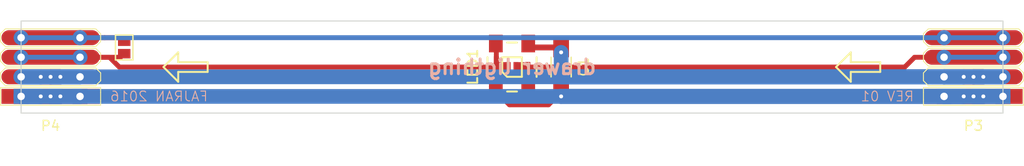
<source format=kicad_pcb>
(kicad_pcb (version 4) (host pcbnew 4.0.3+e1-6302~38~ubuntu15.04.1-stable)

  (general
    (links 35)
    (no_connects 0)
    (area 72.649999 66.180951 177.350001 85.100001)
    (thickness 1.6)
    (drawings 23)
    (tracks 74)
    (zones 0)
    (modules 5)
    (nets 6)
  )

  (page A4)
  (layers
    (0 F.Cu signal)
    (31 B.Cu signal)
    (32 B.Adhes user)
    (33 F.Adhes user)
    (34 B.Paste user)
    (35 F.Paste user)
    (36 B.SilkS user)
    (37 F.SilkS user)
    (38 B.Mask user)
    (39 F.Mask user)
    (40 Dwgs.User user)
    (41 Cmts.User user)
    (42 Eco1.User user)
    (43 Eco2.User user)
    (44 Edge.Cuts user)
    (45 Margin user)
    (46 B.CrtYd user)
    (47 F.CrtYd user)
    (48 B.Fab user)
    (49 F.Fab user)
  )

  (setup
    (last_trace_width 0.5)
    (trace_clearance 0.2)
    (zone_clearance 0.508)
    (zone_45_only no)
    (trace_min 0.2)
    (segment_width 0.2)
    (edge_width 0.1)
    (via_size 0.6)
    (via_drill 0.4)
    (via_min_size 0.4)
    (via_min_drill 0.3)
    (uvia_size 0.3)
    (uvia_drill 0.1)
    (uvias_allowed no)
    (uvia_min_size 0.2)
    (uvia_min_drill 0.1)
    (pcb_text_width 0.3)
    (pcb_text_size 1.5 1.5)
    (mod_edge_width 0.15)
    (mod_text_size 1 1)
    (mod_text_width 0.15)
    (pad_size 1.5 1.5)
    (pad_drill 0.6)
    (pad_to_mask_clearance 0)
    (aux_axis_origin 0 0)
    (visible_elements FFFFFF7F)
    (pcbplotparams
      (layerselection 0x010f0_80000001)
      (usegerberextensions false)
      (excludeedgelayer true)
      (linewidth 0.100000)
      (plotframeref false)
      (viasonmask false)
      (mode 1)
      (useauxorigin false)
      (hpglpennumber 1)
      (hpglpenspeed 20)
      (hpglpendiameter 15)
      (hpglpenoverlay 2)
      (psnegative false)
      (psa4output false)
      (plotreference true)
      (plotvalue true)
      (plotinvisibletext false)
      (padsonsilk false)
      (subtractmaskfromsilk false)
      (outputformat 1)
      (mirror false)
      (drillshape 0)
      (scaleselection 1)
      (outputdirectory gerber))
  )

  (net 0 "")
  (net 1 +5V)
  (net 2 GND)
  (net 3 /Out)
  (net 4 /Next)
  (net 5 /In)

  (net_class Default "This is the default net class."
    (clearance 0.2)
    (trace_width 0.5)
    (via_dia 0.6)
    (via_drill 0.4)
    (uvia_dia 0.3)
    (uvia_drill 0.1)
    (add_net /In)
    (add_net /Next)
    (add_net /Out)
  )

  (net_class +5V ""
    (clearance 0.2)
    (trace_width 1.55)
    (via_dia 0.6)
    (via_drill 0.4)
    (uvia_dia 0.3)
    (uvia_drill 0.1)
    (add_net +5V)
  )

  (net_class GND ""
    (clearance 0.2)
    (trace_width 1.55)
    (via_dia 0.6)
    (via_drill 0.4)
    (uvia_dia 0.3)
    (uvia_drill 0.1)
    (add_net GND)
  )

  (module Capacitors_SMD:C_1206_HandSoldering (layer F.Cu) (tedit 541A9C03) (tstamp 57AD1EFE)
    (at 130 75 270)
    (descr "Capacitor SMD 1206, hand soldering")
    (tags "capacitor 1206")
    (path /57AB904F)
    (attr smd)
    (fp_text reference C1 (at 0 -2.3 270) (layer F.SilkS)
      (effects (font (size 1 1) (thickness 0.15)))
    )
    (fp_text value 100nF (at 0 2.3 270) (layer F.Fab)
      (effects (font (size 1 1) (thickness 0.15)))
    )
    (fp_line (start -3.3 -1.15) (end 3.3 -1.15) (layer F.CrtYd) (width 0.05))
    (fp_line (start -3.3 1.15) (end 3.3 1.15) (layer F.CrtYd) (width 0.05))
    (fp_line (start -3.3 -1.15) (end -3.3 1.15) (layer F.CrtYd) (width 0.05))
    (fp_line (start 3.3 -1.15) (end 3.3 1.15) (layer F.CrtYd) (width 0.05))
    (fp_line (start 1 -1.025) (end -1 -1.025) (layer F.SilkS) (width 0.15))
    (fp_line (start -1 1.025) (end 1 1.025) (layer F.SilkS) (width 0.15))
    (pad 1 smd rect (at -2 0 270) (size 2 1.6) (layers F.Cu F.Paste F.Mask)
      (net 1 +5V))
    (pad 2 smd rect (at 2 0 270) (size 2 1.6) (layers F.Cu F.Paste F.Mask)
      (net 2 GND))
    (model Capacitors_SMD.3dshapes/C_1206_HandSoldering.wrl
      (at (xyz 0 0 0))
      (scale (xyz 1 1 1))
      (rotate (xyz 0 0 0))
    )
  )

  (module Connect:GS2 (layer F.Cu) (tedit 57AD2110) (tstamp 57AD1F04)
    (at 85.5 73 180)
    (descr "Pontet Goute de soudure")
    (path /57AB99F1)
    (attr virtual)
    (fp_text reference JP1 (at 1.778 0 270) (layer F.SilkS) hide
      (effects (font (size 1 1) (thickness 0.15)))
    )
    (fp_text value Jumper_NO_Small (at 1.524 0 270) (layer F.Fab) hide
      (effects (font (size 1 1) (thickness 0.15)))
    )
    (fp_line (start -0.889 -1.27) (end -0.889 1.27) (layer F.SilkS) (width 0.15))
    (fp_line (start 0.889 1.27) (end 0.889 -1.27) (layer F.SilkS) (width 0.15))
    (fp_line (start 0.889 1.27) (end -0.889 1.27) (layer F.SilkS) (width 0.15))
    (fp_line (start -0.889 -1.27) (end 0.889 -1.27) (layer F.SilkS) (width 0.15))
    (pad 1 smd rect (at 0 -0.635 180) (size 1.27 0.9652) (layers F.Cu F.Paste F.Mask)
      (net 3 /Out))
    (pad 2 smd rect (at 0 0.635 180) (size 1.27 0.9652) (layers F.Cu F.Paste F.Mask)
      (net 4 /Next))
  )

  (module WS2812B:WS2812B_data-bridgeable (layer F.Cu) (tedit 57AD2274) (tstamp 57AD1F14)
    (at 125 75)
    (path /57AB88DD)
    (fp_text reference LED1 (at -4 0 90) (layer F.SilkS)
      (effects (font (size 1 1) (thickness 0.2)))
    )
    (fp_text value WS2812B (at 0 4.8) (layer F.SilkS) hide
      (effects (font (size 1 1) (thickness 0.2)))
    )
    (fp_line (start -1 -1) (end 1 -1) (layer F.SilkS) (width 0.2))
    (fp_line (start 1 -1) (end 1 1) (layer F.SilkS) (width 0.2))
    (fp_line (start 1 1) (end -0.5 1) (layer F.SilkS) (width 0.2))
    (fp_line (start -0.5 1) (end -1 0.5) (layer F.SilkS) (width 0.2))
    (fp_line (start -1 0.5) (end -1 -1) (layer F.SilkS) (width 0.2))
    (fp_line (start -2.5 -1) (end -2.5 1) (layer F.SilkS) (width 0.2))
    (fp_line (start -0.5 2.5) (end 0.5 2.5) (layer F.SilkS) (width 0.2))
    (fp_line (start 2.5 -1) (end 2.5 1) (layer F.SilkS) (width 0.2))
    (fp_line (start -0.5 -2.5) (end 0.5 -2.5) (layer F.SilkS) (width 0.2))
    (fp_line (start 2.1 2.5) (end 2.5 2.5) (layer Dwgs.User) (width 0.2))
    (fp_line (start -1.2 2.5) (end 1.2 2.5) (layer Dwgs.User) (width 0.2))
    (fp_line (start -2.5 2.5) (end -2.1 2.5) (layer Dwgs.User) (width 0.2))
    (fp_line (start 2.1 -2.5) (end 2.5 -2.5) (layer Dwgs.User) (width 0.2))
    (fp_line (start -1.2 -2.5) (end 1.2 -2.5) (layer Dwgs.User) (width 0.2))
    (fp_line (start -2.5 -2.5) (end -2.1 -2.5) (layer Dwgs.User) (width 0.2))
    (fp_line (start -2.1 -2.7) (end -1.2 -2.7) (layer Dwgs.User) (width 0.2))
    (fp_line (start -1.2 -2.7) (end -1.2 -1.8) (layer Dwgs.User) (width 0.2))
    (fp_line (start -1.2 -1.8) (end -2.1 -1.8) (layer Dwgs.User) (width 0.2))
    (fp_line (start -2.1 -1.8) (end -2.1 -2.7) (layer Dwgs.User) (width 0.2))
    (fp_line (start 2.1 -2.7) (end 1.2 -2.7) (layer Dwgs.User) (width 0.2))
    (fp_line (start 1.2 -2.7) (end 1.2 -1.8) (layer Dwgs.User) (width 0.2))
    (fp_line (start 1.2 -1.8) (end 2.1 -1.8) (layer Dwgs.User) (width 0.2))
    (fp_line (start 2.1 -1.8) (end 2.1 -2.7) (layer Dwgs.User) (width 0.2))
    (fp_line (start -2.1 2.7) (end -2.1 1.8) (layer Dwgs.User) (width 0.2))
    (fp_line (start -2.1 1.8) (end -1.2 1.8) (layer Dwgs.User) (width 0.2))
    (fp_line (start -1.2 1.8) (end -1.2 2.7) (layer Dwgs.User) (width 0.2))
    (fp_line (start -1.2 2.7) (end -2.1 2.7) (layer Dwgs.User) (width 0.2))
    (fp_line (start 1.2 2.7) (end 1.2 1.8) (layer Dwgs.User) (width 0.2))
    (fp_line (start 1.2 1.8) (end 2.1 1.8) (layer Dwgs.User) (width 0.2))
    (fp_line (start 2.1 1.8) (end 2.1 2.7) (layer Dwgs.User) (width 0.2))
    (fp_line (start 2.1 2.7) (end 1.2 2.7) (layer Dwgs.User) (width 0.2))
    (fp_line (start 2.5 -2.5) (end 2.5 2.5) (layer Dwgs.User) (width 0.2))
    (fp_line (start -2.49936 2.49936) (end -2.49936 -2.49936) (layer Dwgs.User) (width 0.2))
    (pad 1 smd rect (at 1.65 -2.4) (size 1.4 1.8) (layers F.Cu F.Paste F.Mask)
      (net 1 +5V))
    (pad 2 smd rect (at -1.65 -2.4) (size 1.4 1.8) (layers F.Cu F.Paste F.Mask)
      (net 3 /Out))
    (pad 3 smd rect (at -1.65 2.4) (size 1.4 1.8) (layers F.Cu F.Paste F.Mask)
      (net 2 GND))
    (pad 4 smd rect (at 1.65 2.4) (size 1.4 1.8) (layers F.Cu F.Paste F.Mask)
      (net 5 /In))
    (pad 4 smd rect (at 1.6 1) (size 0.5 3) (layers F.Cu)
      (net 5 /In))
    (pad 2 smd rect (at -1 0) (size 1.7 1) (layers F.Cu)
      (net 3 /Out))
    (pad 4 smd rect (at 1 0) (size 1.7 1) (layers F.Cu)
      (net 5 /In))
    (pad 2 smd rect (at -1.6 -1) (size 0.5 3) (layers F.Cu)
      (net 3 /Out))
    (pad 4 smd rect (at 0.4 0) (size 0.5 1) (layers F.Cu F.Mask)
      (net 5 /In))
    (pad 2 smd rect (at -0.4 0) (size 0.5 1) (layers F.Cu F.Mask)
      (net 3 /Out))
    (pad 2 smd rect (at -1.6 -0.3) (size 0.5 1.6) (layers F.Cu)
      (net 3 /Out))
    (pad 4 smd rect (at 1.6 0.3) (size 0.5 1.6) (layers F.Cu)
      (net 5 /In))
  )

  (module Pad:FourPad_2.0mm_FrontPTH_Side (layer F.Cu) (tedit 57D5CA80) (tstamp 57D5D55F)
    (at 172 75)
    (path /57AD2239)
    (fp_text reference P3 (at 0 6) (layer F.SilkS)
      (effects (font (size 1 1) (thickness 0.15)))
    )
    (fp_text value InPad (at 0 -6) (layer F.Fab)
      (effects (font (size 1 1) (thickness 0.15)))
    )
    (fp_line (start -4.6 2.1) (end -5.1 2.1) (layer F.SilkS) (width 0.1))
    (fp_line (start -5.1 2.1) (end -5.1 2.6) (layer F.SilkS) (width 0.1))
    (fp_line (start -5.1 3.4) (end -5.1 3.9) (layer F.SilkS) (width 0.1))
    (fp_line (start -5.1 3.9) (end -4.6 3.9) (layer F.SilkS) (width 0.1))
    (fp_line (start 5.1 3.4) (end 5.1 3.9) (layer F.SilkS) (width 0.1))
    (fp_line (start 5.1 3.9) (end 4.6 3.9) (layer F.SilkS) (width 0.1))
    (fp_line (start 4.6 2.1) (end 5.1 2.1) (layer F.SilkS) (width 0.1))
    (fp_line (start 5.1 2.1) (end 5.1 2.6) (layer F.SilkS) (width 0.1))
    (fp_line (start 4.6 2.1) (end -4.6 2.1) (layer F.SilkS) (width 0.1))
    (fp_line (start -5.1 2.6) (end -5.1 3.3) (layer F.SilkS) (width 0.1))
    (fp_line (start -5.1 3.3) (end -5.1 3.4) (layer F.SilkS) (width 0.1))
    (fp_line (start -4.6 3.9) (end 4.5 3.9) (layer F.SilkS) (width 0.1))
    (fp_line (start 4.5 3.9) (end 4.6 3.9) (layer F.SilkS) (width 0.1))
    (fp_line (start 5.1 3.4) (end 5.1 2.6) (layer F.SilkS) (width 0.1))
    (fp_line (start 5.1 1.3) (end 5.1 1.4) (layer F.SilkS) (width 0.1))
    (fp_line (start 5.1 1.4) (end 4.6 1.9) (layer F.SilkS) (width 0.1))
    (fp_line (start 4.6 1.9) (end -4.6 1.9) (layer F.SilkS) (width 0.1))
    (fp_line (start -4.6 1.9) (end -5.1 1.4) (layer F.SilkS) (width 0.1))
    (fp_line (start -5.1 1.4) (end -5.1 0.6) (layer F.SilkS) (width 0.1))
    (fp_line (start -5.1 0.6) (end -4.6 0.1) (layer F.SilkS) (width 0.1))
    (fp_line (start -4.6 0.1) (end 4.6 0.1) (layer F.SilkS) (width 0.1))
    (fp_line (start 4.6 0.1) (end 5.1 0.6) (layer F.SilkS) (width 0.1))
    (fp_line (start 5.1 0.6) (end 5.1 1.3) (layer F.SilkS) (width 0.1))
    (fp_line (start 4.6 -1.9) (end -4.6 -1.9) (layer F.SilkS) (width 0.1))
    (fp_line (start -4.6 -1.9) (end -5.1 -1.4) (layer F.SilkS) (width 0.1))
    (fp_line (start -5.1 -1.4) (end -5.1 -0.7) (layer F.SilkS) (width 0.1))
    (fp_line (start -5.1 -0.7) (end -5.1 -0.6) (layer F.SilkS) (width 0.1))
    (fp_line (start -5.1 -0.6) (end -4.6 -0.1) (layer F.SilkS) (width 0.1))
    (fp_line (start -4.6 -0.1) (end 4.6 -0.1) (layer F.SilkS) (width 0.1))
    (fp_line (start 4.6 -0.1) (end 5.1 -0.6) (layer F.SilkS) (width 0.1))
    (fp_line (start 5.1 -0.6) (end 5.1 -1.4) (layer F.SilkS) (width 0.1))
    (fp_line (start 5.1 -1.4) (end 4.6 -1.9) (layer F.SilkS) (width 0.1))
    (fp_line (start -4.3 -3.9) (end -4.6 -3.9) (layer F.SilkS) (width 0.1))
    (fp_line (start -4.6 -3.9) (end -5.1 -3.4) (layer F.SilkS) (width 0.1))
    (fp_line (start -5.1 -3.4) (end -5.1 -2.7) (layer F.SilkS) (width 0.1))
    (fp_line (start -5.1 -2.7) (end -5.1 -2.6) (layer F.SilkS) (width 0.1))
    (fp_line (start -5.1 -2.6) (end -4.6 -2.1) (layer F.SilkS) (width 0.1))
    (fp_line (start -4.6 -2.1) (end -4.3 -2.1) (layer F.SilkS) (width 0.1))
    (fp_line (start -4.3 -2.1) (end 4.3 -2.1) (layer F.SilkS) (width 0.1))
    (fp_line (start 4.3 -2.1) (end 4.6 -2.1) (layer F.SilkS) (width 0.1))
    (fp_line (start 4.6 -2.1) (end 5.1 -2.6) (layer F.SilkS) (width 0.1))
    (fp_line (start 5.1 -2.6) (end 5.1 -3.4) (layer F.SilkS) (width 0.1))
    (fp_line (start 5.1 -3.4) (end 4.6 -3.9) (layer F.SilkS) (width 0.1))
    (fp_line (start 4.6 -3.9) (end 4.3 -3.9) (layer F.SilkS) (width 0.1))
    (fp_line (start -4.3 -3.9) (end 4.3 -3.9) (layer F.SilkS) (width 0.1))
    (pad 1 smd rect (at 0 3) (size 10 1.524) (layers F.Cu F.Paste F.Mask)
      (net 2 GND))
    (pad 2 smd oval (at 0 1) (size 10 1.524) (layers F.Cu F.Paste F.Mask)
      (net 1 +5V))
    (pad 1 thru_hole rect (at 3 3) (size 1.524 1.524) (drill 0.762) (layers *.Cu F.Mask)
      (net 2 GND))
    (pad 1 thru_hole rect (at -3 3) (size 1.524 1.524) (drill 0.762) (layers *.Cu F.Mask)
      (net 2 GND))
    (pad 2 thru_hole circle (at 3 1) (size 1.524 1.524) (drill 0.762) (layers *.Cu F.Mask)
      (net 1 +5V))
    (pad 2 thru_hole circle (at -3 1) (size 1.524 1.524) (drill 0.762) (layers *.Cu F.Mask)
      (net 1 +5V))
    (pad 3 smd oval (at 0 -1) (size 10 1.524) (layers F.Cu F.Paste F.Mask)
      (net 5 /In))
    (pad 3 thru_hole circle (at 3 -1) (size 1.524 1.524) (drill 0.762) (layers *.Cu F.Mask)
      (net 5 /In))
    (pad 3 thru_hole circle (at -3 -1) (size 1.524 1.524) (drill 0.762) (layers *.Cu F.Mask)
      (net 5 /In))
    (pad 4 smd oval (at 0 -3) (size 10 1.524) (layers F.Cu F.Paste F.Mask)
      (net 4 /Next))
    (pad 4 thru_hole circle (at 3 -3) (size 1.524 1.524) (drill 0.762) (layers *.Cu F.Mask)
      (net 4 /Next))
    (pad 4 thru_hole circle (at -3 -3) (size 1.524 1.524) (drill 0.762) (layers *.Cu F.Mask)
      (net 4 /Next))
  )

  (module Pad:FourPad_2.0mm_FrontPTH_Side (layer F.Cu) (tedit 57D5CA80) (tstamp 57D5D59C)
    (at 78 75)
    (path /57AD2253)
    (fp_text reference P4 (at 0 6) (layer F.SilkS)
      (effects (font (size 1 1) (thickness 0.15)))
    )
    (fp_text value OutPad (at 0 -6) (layer F.Fab)
      (effects (font (size 1 1) (thickness 0.15)))
    )
    (fp_line (start -4.6 2.1) (end -5.1 2.1) (layer F.SilkS) (width 0.1))
    (fp_line (start -5.1 2.1) (end -5.1 2.6) (layer F.SilkS) (width 0.1))
    (fp_line (start -5.1 3.4) (end -5.1 3.9) (layer F.SilkS) (width 0.1))
    (fp_line (start -5.1 3.9) (end -4.6 3.9) (layer F.SilkS) (width 0.1))
    (fp_line (start 5.1 3.4) (end 5.1 3.9) (layer F.SilkS) (width 0.1))
    (fp_line (start 5.1 3.9) (end 4.6 3.9) (layer F.SilkS) (width 0.1))
    (fp_line (start 4.6 2.1) (end 5.1 2.1) (layer F.SilkS) (width 0.1))
    (fp_line (start 5.1 2.1) (end 5.1 2.6) (layer F.SilkS) (width 0.1))
    (fp_line (start 4.6 2.1) (end -4.6 2.1) (layer F.SilkS) (width 0.1))
    (fp_line (start -5.1 2.6) (end -5.1 3.3) (layer F.SilkS) (width 0.1))
    (fp_line (start -5.1 3.3) (end -5.1 3.4) (layer F.SilkS) (width 0.1))
    (fp_line (start -4.6 3.9) (end 4.5 3.9) (layer F.SilkS) (width 0.1))
    (fp_line (start 4.5 3.9) (end 4.6 3.9) (layer F.SilkS) (width 0.1))
    (fp_line (start 5.1 3.4) (end 5.1 2.6) (layer F.SilkS) (width 0.1))
    (fp_line (start 5.1 1.3) (end 5.1 1.4) (layer F.SilkS) (width 0.1))
    (fp_line (start 5.1 1.4) (end 4.6 1.9) (layer F.SilkS) (width 0.1))
    (fp_line (start 4.6 1.9) (end -4.6 1.9) (layer F.SilkS) (width 0.1))
    (fp_line (start -4.6 1.9) (end -5.1 1.4) (layer F.SilkS) (width 0.1))
    (fp_line (start -5.1 1.4) (end -5.1 0.6) (layer F.SilkS) (width 0.1))
    (fp_line (start -5.1 0.6) (end -4.6 0.1) (layer F.SilkS) (width 0.1))
    (fp_line (start -4.6 0.1) (end 4.6 0.1) (layer F.SilkS) (width 0.1))
    (fp_line (start 4.6 0.1) (end 5.1 0.6) (layer F.SilkS) (width 0.1))
    (fp_line (start 5.1 0.6) (end 5.1 1.3) (layer F.SilkS) (width 0.1))
    (fp_line (start 4.6 -1.9) (end -4.6 -1.9) (layer F.SilkS) (width 0.1))
    (fp_line (start -4.6 -1.9) (end -5.1 -1.4) (layer F.SilkS) (width 0.1))
    (fp_line (start -5.1 -1.4) (end -5.1 -0.7) (layer F.SilkS) (width 0.1))
    (fp_line (start -5.1 -0.7) (end -5.1 -0.6) (layer F.SilkS) (width 0.1))
    (fp_line (start -5.1 -0.6) (end -4.6 -0.1) (layer F.SilkS) (width 0.1))
    (fp_line (start -4.6 -0.1) (end 4.6 -0.1) (layer F.SilkS) (width 0.1))
    (fp_line (start 4.6 -0.1) (end 5.1 -0.6) (layer F.SilkS) (width 0.1))
    (fp_line (start 5.1 -0.6) (end 5.1 -1.4) (layer F.SilkS) (width 0.1))
    (fp_line (start 5.1 -1.4) (end 4.6 -1.9) (layer F.SilkS) (width 0.1))
    (fp_line (start -4.3 -3.9) (end -4.6 -3.9) (layer F.SilkS) (width 0.1))
    (fp_line (start -4.6 -3.9) (end -5.1 -3.4) (layer F.SilkS) (width 0.1))
    (fp_line (start -5.1 -3.4) (end -5.1 -2.7) (layer F.SilkS) (width 0.1))
    (fp_line (start -5.1 -2.7) (end -5.1 -2.6) (layer F.SilkS) (width 0.1))
    (fp_line (start -5.1 -2.6) (end -4.6 -2.1) (layer F.SilkS) (width 0.1))
    (fp_line (start -4.6 -2.1) (end -4.3 -2.1) (layer F.SilkS) (width 0.1))
    (fp_line (start -4.3 -2.1) (end 4.3 -2.1) (layer F.SilkS) (width 0.1))
    (fp_line (start 4.3 -2.1) (end 4.6 -2.1) (layer F.SilkS) (width 0.1))
    (fp_line (start 4.6 -2.1) (end 5.1 -2.6) (layer F.SilkS) (width 0.1))
    (fp_line (start 5.1 -2.6) (end 5.1 -3.4) (layer F.SilkS) (width 0.1))
    (fp_line (start 5.1 -3.4) (end 4.6 -3.9) (layer F.SilkS) (width 0.1))
    (fp_line (start 4.6 -3.9) (end 4.3 -3.9) (layer F.SilkS) (width 0.1))
    (fp_line (start -4.3 -3.9) (end 4.3 -3.9) (layer F.SilkS) (width 0.1))
    (pad 1 smd rect (at 0 3) (size 10 1.524) (layers F.Cu F.Paste F.Mask)
      (net 2 GND))
    (pad 2 smd oval (at 0 1) (size 10 1.524) (layers F.Cu F.Paste F.Mask)
      (net 1 +5V))
    (pad 1 thru_hole rect (at 3 3) (size 1.524 1.524) (drill 0.762) (layers *.Cu F.Mask)
      (net 2 GND))
    (pad 1 thru_hole rect (at -3 3) (size 1.524 1.524) (drill 0.762) (layers *.Cu F.Mask)
      (net 2 GND))
    (pad 2 thru_hole circle (at 3 1) (size 1.524 1.524) (drill 0.762) (layers *.Cu F.Mask)
      (net 1 +5V))
    (pad 2 thru_hole circle (at -3 1) (size 1.524 1.524) (drill 0.762) (layers *.Cu F.Mask)
      (net 1 +5V))
    (pad 3 smd oval (at 0 -1) (size 10 1.524) (layers F.Cu F.Paste F.Mask)
      (net 3 /Out))
    (pad 3 thru_hole circle (at 3 -1) (size 1.524 1.524) (drill 0.762) (layers *.Cu F.Mask)
      (net 3 /Out))
    (pad 3 thru_hole circle (at -3 -1) (size 1.524 1.524) (drill 0.762) (layers *.Cu F.Mask)
      (net 3 /Out))
    (pad 4 smd oval (at 0 -3) (size 10 1.524) (layers F.Cu F.Paste F.Mask)
      (net 4 /Next))
    (pad 4 thru_hole circle (at 3 -3) (size 1.524 1.524) (drill 0.762) (layers *.Cu F.Mask)
      (net 4 /Next))
    (pad 4 thru_hole circle (at -3 -3) (size 1.524 1.524) (drill 0.762) (layers *.Cu F.Mask)
      (net 4 /Next))
  )

  (gr_text "drawer ligthing" (at 125 75) (layer B.SilkS)
    (effects (font (size 1.5 1.5) (thickness 0.3)) (justify mirror))
  )
  (gr_line (start 75 70.3) (end 75 79.7) (angle 90) (layer Edge.Cuts) (width 0.1))
  (gr_line (start 175 70.3) (end 175 79.7) (angle 90) (layer Edge.Cuts) (width 0.1))
  (gr_text "FAJRAN 2016" (at 84 78) (layer B.SilkS)
    (effects (font (size 1 1) (thickness 0.1)) (justify right mirror))
  )
  (gr_text "REV 01" (at 166 78) (layer B.SilkS)
    (effects (font (size 1 1) (thickness 0.1)) (justify left mirror))
  )
  (gr_line (start 91 76.5) (end 89.5 75) (angle 90) (layer F.SilkS) (width 0.2))
  (gr_line (start 91 75.5) (end 91 76.5) (angle 90) (layer F.SilkS) (width 0.2))
  (gr_line (start 94 75.5) (end 91 75.5) (angle 90) (layer F.SilkS) (width 0.2))
  (gr_line (start 94 74.5) (end 94 75.5) (angle 90) (layer F.SilkS) (width 0.2))
  (gr_line (start 91 74.5) (end 94 74.5) (angle 90) (layer F.SilkS) (width 0.2))
  (gr_line (start 91 73.5) (end 91 74.5) (angle 90) (layer F.SilkS) (width 0.2))
  (gr_line (start 89.5 75) (end 91 73.5) (angle 90) (layer F.SilkS) (width 0.2))
  (gr_line (start 159.5 74.5) (end 162.5 74.5) (angle 90) (layer F.SilkS) (width 0.2))
  (gr_line (start 159.5 73.5) (end 159.5 74.5) (angle 90) (layer F.SilkS) (width 0.2))
  (gr_line (start 158 75) (end 159.5 73.5) (angle 90) (layer F.SilkS) (width 0.2))
  (gr_line (start 159.5 76.5) (end 158 75) (angle 90) (layer F.SilkS) (width 0.2))
  (gr_line (start 159.5 75.5) (end 159.5 76.5) (angle 90) (layer F.SilkS) (width 0.2))
  (gr_line (start 162.5 75.5) (end 159.5 75.5) (angle 90) (layer F.SilkS) (width 0.2))
  (gr_line (start 162.5 74.5) (end 162.5 75.5) (angle 90) (layer F.SilkS) (width 0.2))
  (gr_line (start 75 85) (end 120 85) (angle 90) (layer Eco1.User) (width 0.2))
  (gr_line (start 175 85) (end 130 85) (angle 90) (layer Eco1.User) (width 0.2))
  (gr_line (start 175 70.3) (end 75 70.3) (angle 90) (layer Edge.Cuts) (width 0.1))
  (gr_line (start 75 79.7) (end 175 79.7) (angle 90) (layer Edge.Cuts) (width 0.1))

  (segment (start 75 76) (end 77 76) (width 1.55) (layer B.Cu) (net 1))
  (segment (start 77 76) (end 78 76) (width 1.55) (layer F.Cu) (net 1) (tstamp 57E762D6))
  (via (at 77 76) (size 0.6) (drill 0.4) (layers F.Cu B.Cu) (net 1))
  (via (at 78 76) (size 0.6) (drill 0.4) (layers F.Cu B.Cu) (net 1))
  (segment (start 79 76) (end 78 76) (width 1.55) (layer F.Cu) (net 1) (tstamp 57E762DC))
  (via (at 79 76) (size 0.6) (drill 0.4) (layers F.Cu B.Cu) (net 1))
  (segment (start 78 76) (end 79 76) (width 1.55) (layer B.Cu) (net 1) (tstamp 57E762D9))
  (segment (start 169 76) (end 171 76) (width 1.55) (layer B.Cu) (net 1))
  (segment (start 171 76) (end 172 76) (width 1.55) (layer F.Cu) (net 1) (tstamp 57E762BF))
  (via (at 171 76) (size 0.6) (drill 0.4) (layers F.Cu B.Cu) (net 1))
  (via (at 172 76) (size 0.6) (drill 0.4) (layers F.Cu B.Cu) (net 1))
  (segment (start 173 76) (end 172 76) (width 1.55) (layer F.Cu) (net 1) (tstamp 57E762C5))
  (via (at 173 76) (size 0.6) (drill 0.4) (layers F.Cu B.Cu) (net 1))
  (segment (start 172 76) (end 173 76) (width 1.55) (layer B.Cu) (net 1) (tstamp 57E762C2))
  (segment (start 81 76) (end 75 76) (width 1.55) (layer B.Cu) (net 1))
  (segment (start 169 76) (end 175 76) (width 1.55) (layer B.Cu) (net 1))
  (segment (start 130 76) (end 130 73.5) (width 1.5) (layer B.Cu) (net 1))
  (segment (start 130 73.5) (end 130 73) (width 1.5) (layer F.Cu) (net 1) (tstamp 57E2F3E5))
  (via (at 130 73.5) (size 0.6) (drill 0.4) (layers F.Cu B.Cu) (net 1))
  (segment (start 130 73) (end 127.05 73) (width 0.6) (layer F.Cu) (net 1))
  (segment (start 169 76) (end 130 76) (width 1.55) (layer B.Cu) (net 1))
  (segment (start 130 76) (end 81 76) (width 1.5) (layer B.Cu) (net 1) (tstamp 57E2F3E1))
  (segment (start 81 76) (end 81.5 76) (width 0.6) (layer F.Cu) (net 1))
  (segment (start 81.5 76) (end 82.5 76) (width 0.6) (layer F.Cu) (net 1))
  (segment (start 126.65 72.15) (end 126.65 72.6) (width 0.6) (layer F.Cu) (net 1))
  (segment (start 127.05 73) (end 126.65 72.6) (width 0.6) (layer F.Cu) (net 1) (tstamp 57AD22A9))
  (segment (start 75 78) (end 77 78) (width 1.55) (layer B.Cu) (net 2))
  (segment (start 77 78) (end 78 78) (width 1.55) (layer F.Cu) (net 2) (tstamp 57E762E4))
  (via (at 77 78) (size 0.6) (drill 0.4) (layers F.Cu B.Cu) (net 2))
  (via (at 78 78) (size 0.6) (drill 0.4) (layers F.Cu B.Cu) (net 2))
  (segment (start 79 78) (end 78 78) (width 1.55) (layer F.Cu) (net 2) (tstamp 57E762EA))
  (via (at 79 78) (size 0.6) (drill 0.4) (layers F.Cu B.Cu) (net 2))
  (segment (start 78 78) (end 79 78) (width 1.55) (layer B.Cu) (net 2) (tstamp 57E762E7))
  (segment (start 169 78) (end 171 78) (width 1.55) (layer B.Cu) (net 2))
  (segment (start 171 78) (end 172 78) (width 1.55) (layer F.Cu) (net 2) (tstamp 57E762B1))
  (via (at 171 78) (size 0.6) (drill 0.4) (layers F.Cu B.Cu) (net 2))
  (via (at 172 78) (size 0.6) (drill 0.4) (layers F.Cu B.Cu) (net 2))
  (segment (start 173 78) (end 172 78) (width 1.55) (layer F.Cu) (net 2) (tstamp 57E762B7))
  (via (at 173 78) (size 0.6) (drill 0.4) (layers F.Cu B.Cu) (net 2))
  (segment (start 172 78) (end 173 78) (width 1.55) (layer B.Cu) (net 2) (tstamp 57E762B4))
  (segment (start 81 78) (end 75 78) (width 1.55) (layer B.Cu) (net 2))
  (segment (start 169 78) (end 175 78) (width 1.55) (layer B.Cu) (net 2))
  (segment (start 130 77) (end 130 78) (width 1.5) (layer F.Cu) (net 2))
  (via (at 130 78) (size 0.6) (drill 0.4) (layers F.Cu B.Cu) (net 2))
  (segment (start 169 78) (end 130 78) (width 1.55) (layer B.Cu) (net 2))
  (segment (start 130 78) (end 81 78) (width 1.5) (layer B.Cu) (net 2) (tstamp 57E2F3B7))
  (segment (start 81 78) (end 81.5 78) (width 0.6) (layer F.Cu) (net 2))
  (segment (start 81.5 78) (end 82.5 78) (width 0.6) (layer F.Cu) (net 2))
  (segment (start 130 77) (end 130 77.5) (width 0.6) (layer F.Cu) (net 2))
  (segment (start 124.75985 78.80985) (end 123.35 77.4) (width 0.6) (layer F.Cu) (net 2))
  (segment (start 130 77.5) (end 128.69015 78.80985) (width 0.6) (layer F.Cu) (net 2))
  (segment (start 128.69015 78.80985) (end 124.75985 78.80985) (width 0.6) (layer F.Cu) (net 2))
  (segment (start 122.95 77) (end 123.35 77.4) (width 0.6) (layer F.Cu) (net 2) (tstamp 57AD2C16))
  (segment (start 122.95 77) (end 123.35 77.4) (width 0.6) (layer F.Cu) (net 2) (tstamp 57AD2683))
  (segment (start 81 74) (end 75 74) (width 0.5) (layer B.Cu) (net 3) (status C00000))
  (segment (start 78 74) (end 84 74) (width 0.5) (layer F.Cu) (net 3))
  (segment (start 84 74) (end 85 75) (width 0.5) (layer F.Cu) (net 3) (tstamp 57E2F3C8))
  (segment (start 85 75) (end 124 75) (width 0.5) (layer F.Cu) (net 3) (tstamp 57E2F3CA))
  (segment (start 83.5 74) (end 81 74) (width 0.5) (layer F.Cu) (net 3))
  (segment (start 83.5 74) (end 85.135 74) (width 0.5) (layer F.Cu) (net 3))
  (segment (start 85.135 74) (end 85.5 73.635) (width 0.25) (layer F.Cu) (net 3) (tstamp 57D5D76A))
  (segment (start 123.35 72.6) (end 123.35 74.15) (width 0.25) (layer F.Cu) (net 3))
  (segment (start 123.35 72.6) (end 123.35 74.65) (width 0.25) (layer F.Cu) (net 3))
  (segment (start 169 72) (end 175 72) (width 0.5) (layer B.Cu) (net 4))
  (segment (start 81 72) (end 75 72) (width 0.5) (layer B.Cu) (net 4))
  (segment (start 169 72) (end 81 72) (width 0.5) (layer B.Cu) (net 4))
  (segment (start 83.5 72) (end 81 72) (width 0.5) (layer F.Cu) (net 4))
  (segment (start 83.5 72) (end 85.135 72) (width 0.5) (layer F.Cu) (net 4))
  (segment (start 85.135 72) (end 85.5 72.365) (width 0.25) (layer F.Cu) (net 4) (tstamp 57D5D767))
  (segment (start 169 74) (end 175 74) (width 0.5) (layer B.Cu) (net 5) (status C00000))
  (segment (start 126 75) (end 165 75) (width 0.5) (layer F.Cu) (net 5))
  (segment (start 165 75) (end 166 74) (width 0.5) (layer F.Cu) (net 5) (tstamp 57E2F3C2))
  (segment (start 166 74) (end 172 74) (width 0.5) (layer F.Cu) (net 5) (tstamp 57E2F3C4))
  (segment (start 126.65 75.85) (end 126.65 77.4) (width 0.25) (layer F.Cu) (net 5) (tstamp 57AD20AA))

)

</source>
